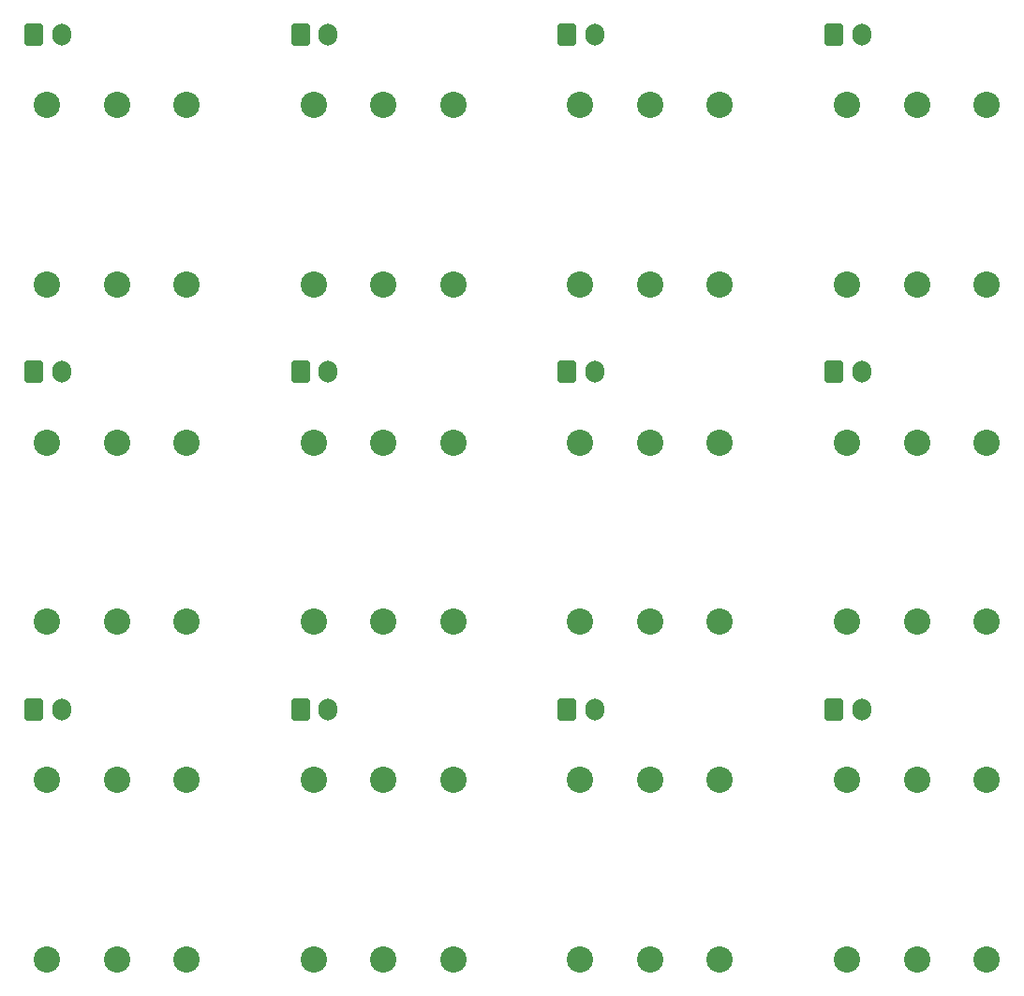
<source format=gbr>
%TF.GenerationSoftware,KiCad,Pcbnew,8.0.3*%
%TF.CreationDate,2025-04-01T21:14:06+03:00*%
%TF.ProjectId,TMC-1,544d432d-312e-46b6-9963-61645f706362,rev?*%
%TF.SameCoordinates,Original*%
%TF.FileFunction,Soldermask,Bot*%
%TF.FilePolarity,Negative*%
%FSLAX46Y46*%
G04 Gerber Fmt 4.6, Leading zero omitted, Abs format (unit mm)*
G04 Created by KiCad (PCBNEW 8.0.3) date 2025-04-01 21:14:06*
%MOMM*%
%LPD*%
G01*
G04 APERTURE LIST*
G04 Aperture macros list*
%AMRoundRect*
0 Rectangle with rounded corners*
0 $1 Rounding radius*
0 $2 $3 $4 $5 $6 $7 $8 $9 X,Y pos of 4 corners*
0 Add a 4 corners polygon primitive as box body*
4,1,4,$2,$3,$4,$5,$6,$7,$8,$9,$2,$3,0*
0 Add four circle primitives for the rounded corners*
1,1,$1+$1,$2,$3*
1,1,$1+$1,$4,$5*
1,1,$1+$1,$6,$7*
1,1,$1+$1,$8,$9*
0 Add four rect primitives between the rounded corners*
20,1,$1+$1,$2,$3,$4,$5,0*
20,1,$1+$1,$4,$5,$6,$7,0*
20,1,$1+$1,$6,$7,$8,$9,0*
20,1,$1+$1,$8,$9,$2,$3,0*%
G04 Aperture macros list end*
%ADD10RoundRect,0.250000X-0.600000X-0.750000X0.600000X-0.750000X0.600000X0.750000X-0.600000X0.750000X0*%
%ADD11O,1.700000X2.000000*%
%ADD12C,2.375700*%
G04 APERTURE END LIST*
D10*
%TO.C,J2*%
X166900000Y-119500100D03*
D11*
X169400000Y-119500100D03*
%TD*%
D12*
%TO.C,J1*%
X102100000Y-95399900D03*
X102100000Y-111600100D03*
X108400000Y-95399700D03*
X108400000Y-111600100D03*
X95790000Y-95400100D03*
X95790000Y-111600100D03*
%TD*%
%TO.C,J1*%
X150300000Y-125899900D03*
X150300000Y-142100100D03*
X156600000Y-125899700D03*
X156600000Y-142100100D03*
X143990000Y-125900100D03*
X143990000Y-142100100D03*
%TD*%
%TO.C,J1*%
X102100000Y-125899900D03*
X102100000Y-142100100D03*
X108400000Y-125899700D03*
X108400000Y-142100100D03*
X95790000Y-125900100D03*
X95790000Y-142100100D03*
%TD*%
D10*
%TO.C,J2*%
X94600000Y-58450100D03*
D11*
X97100000Y-58450100D03*
%TD*%
D10*
%TO.C,J2*%
X142800000Y-89000100D03*
D11*
X145300000Y-89000100D03*
%TD*%
D12*
%TO.C,J1*%
X150300000Y-64849900D03*
X150300000Y-81050100D03*
X156600000Y-64849700D03*
X156600000Y-81050100D03*
X143990000Y-64850100D03*
X143990000Y-81050100D03*
%TD*%
D10*
%TO.C,J2*%
X118700000Y-58450100D03*
D11*
X121200000Y-58450100D03*
%TD*%
D10*
%TO.C,J2*%
X166900000Y-89000100D03*
D11*
X169400000Y-89000100D03*
%TD*%
D10*
%TO.C,J2*%
X142800000Y-58450100D03*
D11*
X145300000Y-58450100D03*
%TD*%
D12*
%TO.C,J1*%
X126200000Y-125899900D03*
X126200000Y-142100100D03*
X132500000Y-125899700D03*
X132500000Y-142100100D03*
X119890000Y-125900100D03*
X119890000Y-142100100D03*
%TD*%
D10*
%TO.C,J2*%
X142800000Y-119500100D03*
D11*
X145300000Y-119500100D03*
%TD*%
D12*
%TO.C,J1*%
X126200000Y-95399900D03*
X126200000Y-111600100D03*
X132500000Y-95399700D03*
X132500000Y-111600100D03*
X119890000Y-95400100D03*
X119890000Y-111600100D03*
%TD*%
%TO.C,J1*%
X150300000Y-95399900D03*
X150300000Y-111600100D03*
X156600000Y-95399700D03*
X156600000Y-111600100D03*
X143990000Y-95400100D03*
X143990000Y-111600100D03*
%TD*%
D10*
%TO.C,J2*%
X118700000Y-89000100D03*
D11*
X121200000Y-89000100D03*
%TD*%
D12*
%TO.C,J1*%
X174400000Y-95399900D03*
X174400000Y-111600100D03*
X180700000Y-95399700D03*
X180700000Y-111600100D03*
X168090000Y-95400100D03*
X168090000Y-111600100D03*
%TD*%
%TO.C,J1*%
X174400000Y-64849900D03*
X174400000Y-81050100D03*
X180700000Y-64849700D03*
X180700000Y-81050100D03*
X168090000Y-64850100D03*
X168090000Y-81050100D03*
%TD*%
D10*
%TO.C,J2*%
X118700000Y-119500100D03*
D11*
X121200000Y-119500100D03*
%TD*%
D10*
%TO.C,J2*%
X94600000Y-119500100D03*
D11*
X97100000Y-119500100D03*
%TD*%
D12*
%TO.C,J1*%
X174400000Y-125899900D03*
X174400000Y-142100100D03*
X180700000Y-125899700D03*
X180700000Y-142100100D03*
X168090000Y-125900100D03*
X168090000Y-142100100D03*
%TD*%
%TO.C,J1*%
X126200000Y-64849900D03*
X126200000Y-81050100D03*
X132500000Y-64849700D03*
X132500000Y-81050100D03*
X119890000Y-64850100D03*
X119890000Y-81050100D03*
%TD*%
%TO.C,J1*%
X102100000Y-64849900D03*
X102100000Y-81050100D03*
X108400000Y-64849700D03*
X108400000Y-81050100D03*
X95790000Y-64850100D03*
X95790000Y-81050100D03*
%TD*%
D10*
%TO.C,J2*%
X166900000Y-58450100D03*
D11*
X169400000Y-58450100D03*
%TD*%
D10*
%TO.C,J2*%
X94600000Y-89000100D03*
D11*
X97100000Y-89000100D03*
%TD*%
M02*

</source>
